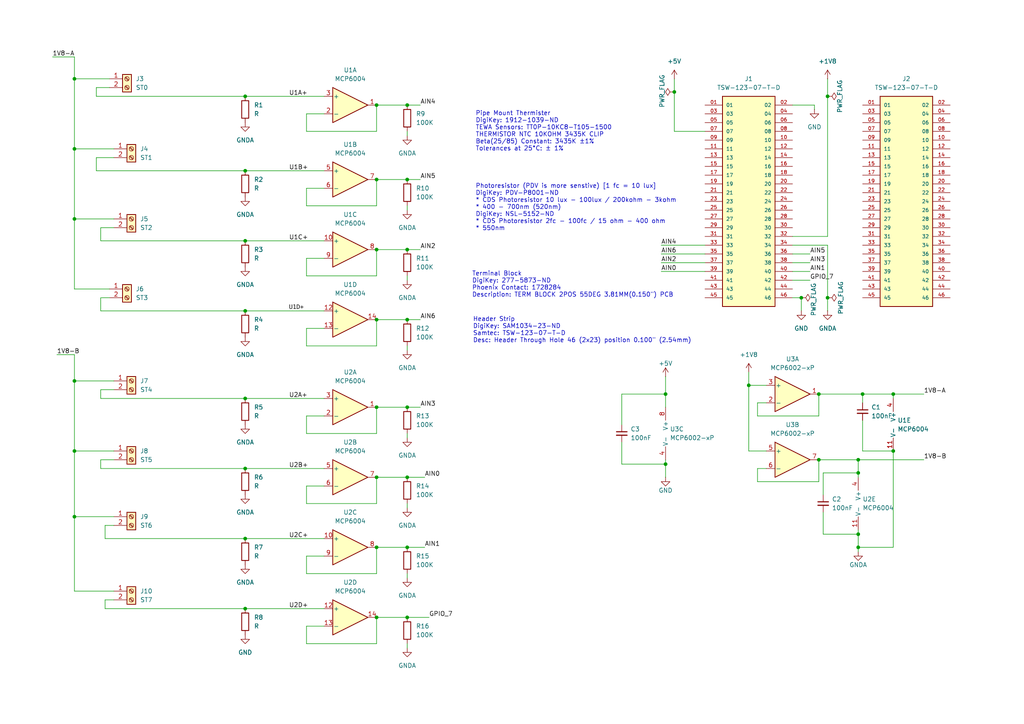
<source format=kicad_sch>
(kicad_sch (version 20250114) (generator "eeschema") (generator_version "9.0")
  (paper "A4")
  (title_block (title "BB Cape: 7 x Voltage Divider ANI") (date "2025-12-26") (rev "1.0") (company "One Unified Net Limited") (comment 1 "Author: Raymond Burkholder"))
  (lib_symbols
    (symbol "Amplifier_Operational:MCP6002-xP" (pin_names (offset 0.127))
      (property "Reference" "U" (at 0 5.08 0))
      (property "Value" "MCP6002-xP" (at 0 -5.08 0))
      (symbol "MCP6002-xP_1_1"
        (polyline (pts (xy -5.08 5.08) (xy 5.08 0) (xy -5.08 -5.08) (xy -5.08 5.08)) (stroke (width 0.254)) (fill (type background)))
        (pin input line (at -7.62 2.54 0) (length 2.54) (name "+") (number "3"))
        (pin input line (at -7.62 -2.54 0) (length 2.54) (name "-") (number "2"))
        (pin output line (at 7.62 0 180) (length 2.54) (name "~") (number "1"))
      )
      (symbol "MCP6002-xP_2_1"
        (polyline (pts (xy -5.08 5.08) (xy 5.08 0) (xy -5.08 -5.08) (xy -5.08 5.08)) (stroke (width 0.254)) (fill (type background)))
        (pin input line (at -7.62 2.54 0) (length 2.54) (name "+") (number "5"))
        (pin input line (at -7.62 -2.54 0) (length 2.54) (name "-") (number "6"))
        (pin output line (at 7.62 0 180) (length 2.54) (name "~") (number "7"))
      )
      (symbol "MCP6002-xP_3_1"
        (pin power_in line (at -2.54 7.62 270) (length 3.81) (name "V+") (number "8"))
        (pin power_in line (at -2.54 -7.62 90) (length 3.81) (name "V-") (number "4"))
      )
    )
    (symbol "Amplifier_Operational:MCP6004" (pin_names (offset 0.127))
      (property "Reference" "U" (at 0 5.08 0))
      (property "Value" "MCP6004" (at 0 -5.08 0))
      (symbol "MCP6004_1_1"
        (polyline (pts (xy -5.08 5.08) (xy 5.08 0) (xy -5.08 -5.08) (xy -5.08 5.08)) (stroke (width 0.254)) (fill (type background)))
        (pin input line (at -7.62 2.54 0) (length 2.54) (name "+") (number "3"))
        (pin input line (at -7.62 -2.54 0) (length 2.54) (name "-") (number "2"))
        (pin output line (at 7.62 0 180) (length 2.54) (name "~") (number "1"))
      )
      (symbol "MCP6004_2_1"
        (polyline (pts (xy -5.08 5.08) (xy 5.08 0) (xy -5.08 -5.08) (xy -5.08 5.08)) (stroke (width 0.254)) (fill (type background)))
        (pin input line (at -7.62 2.54 0) (length 2.54) (name "+") (number "5"))
        (pin input line (at -7.62 -2.54 0) (length 2.54) (name "-") (number "6"))
        (pin output line (at 7.62 0 180) (length 2.54) (name "~") (number "7"))
      )
      (symbol "MCP6004_3_1"
        (polyline (pts (xy -5.08 5.08) (xy 5.08 0) (xy -5.08 -5.08) (xy -5.08 5.08)) (stroke (width 0.254)) (fill (type background)))
        (pin input line (at -7.62 2.54 0) (length 2.54) (name "+") (number "10"))
        (pin input line (at -7.62 -2.54 0) (length 2.54) (name "-") (number "9"))
        (pin output line (at 7.62 0 180) (length 2.54) (name "~") (number "8"))
      )
      (symbol "MCP6004_4_1"
        (polyline (pts (xy -5.08 5.08) (xy 5.08 0) (xy -5.08 -5.08) (xy -5.08 5.08)) (stroke (width 0.254)) (fill (type background)))
        (pin input line (at -7.62 2.54 0) (length 2.54) (name "+") (number "12"))
        (pin input line (at -7.62 -2.54 0) (length 2.54) (name "-") (number "13"))
        (pin output line (at 7.62 0 180) (length 2.54) (name "~") (number "14"))
      )
      (symbol "MCP6004_5_1"
        (pin power_in line (at -2.54 7.62 270) (length 3.81) (name "V+") (number "4"))
        (pin power_in line (at -2.54 -7.62 90) (length 3.81) (name "V-") (number "11"))
      )
    )
    (symbol "Connector:Screw_Terminal_01x02" (pin_names (offset 1.016) (hide yes))
      (property "Reference" "J" (at 0 2.54 0))
      (property "Value" "Screw_Terminal_01x02" (at 0 -5.08 0))
      (symbol "Screw_Terminal_01x02_1_1"
        (rectangle (start -1.27 1.27) (end 1.27 -3.81) (stroke (width 0.254)) (fill (type background)))
        (polyline (pts (xy -0.5334 0.3302) (xy 0.3302 -0.508)) (stroke (width 0.1524)))
        (polyline (pts (xy -0.5334 -2.2098) (xy 0.3302 -3.048)) (stroke (width 0.1524)))
        (polyline (pts (xy -0.3556 0.508) (xy 0.508 -0.3302)) (stroke (width 0.1524)))
        (polyline (pts (xy -0.3556 -2.032) (xy 0.508 -2.8702)) (stroke (width 0.1524)))
        (circle (center 0 0) (radius 0.635) (stroke (width 0.1524)))
        (circle (center 0 -2.54) (radius 0.635) (stroke (width 0.1524)))
        (pin passive line (at -5.08 0 0) (length 3.81) (name "Pin_1") (number "1"))
        (pin passive line (at -5.08 -2.54 0) (length 3.81) (name "Pin_2") (number "2"))
      )
    )
    (symbol "Device:C_Small" (pin_numbers (hide yes)) (pin_names (offset 0.254) (hide yes))
      (property "Reference" "C" (at 0.254 1.778 0))
      (property "Value" "C_Small" (at 0.254 -2.032 0))
      (symbol "C_Small_0_1"
        (polyline (pts (xy -1.524 0.508) (xy 1.524 0.508)) (stroke (width 0.3048)))
        (polyline (pts (xy -1.524 -0.508) (xy 1.524 -0.508)) (stroke (width 0.3302)))
      )
      (symbol "C_Small_1_1"
        (pin passive line (at 0 2.54 270) (length 2.032) (name "~") (number "1"))
        (pin passive line (at 0 -2.54 90) (length 2.032) (name "~") (number "2"))
      )
    )
    (symbol "Device:R" (pin_numbers (hide yes)) (pin_names (offset 0))
      (property "Reference" "R" (at 2.032 0 90))
      (property "Value" "R" (at 0 0 90))
      (symbol "R_0_1"
        (rectangle (start -1.016 -2.54) (end 1.016 2.54) (stroke (width 0.254)))
      )
      (symbol "R_1_1"
        (pin passive line (at 0 3.81 270) (length 1.27) (name "~") (number "1"))
        (pin passive line (at 0 -3.81 90) (length 1.27) (name "~") (number "2"))
      )
    )
    (symbol "TSW-123-07-T-D:TSW-123-07-T-D" (pin_names (offset 1.016))
      (property "Reference" "J" (at -8.12 30.48 0))
      (property "Value" "TSW-123-07-T-D" (at -7.62 -33.02 0))
      (symbol "TSW-123-07-T-D_0_0"
        (rectangle (start -7.62 -30.48) (end 7.62 30.48) (stroke (width 0.254)) (fill (type background)))
        (pin passive line (at -12.7 27.94 0) (length 5.08) (name "01") (number "01"))
        (pin passive line (at -12.7 25.4 0) (length 5.08) (name "03") (number "03"))
        (pin passive line (at -12.7 22.86 0) (length 5.08) (name "05") (number "05"))
        (pin passive line (at -12.7 20.32 0) (length 5.08) (name "07") (number "07"))
        (pin passive line (at -12.7 17.78 0) (length 5.08) (name "09") (number "09"))
        (pin passive line (at -12.7 15.24 0) (length 5.08) (name "11") (number "11"))
        (pin passive line (at -12.7 12.7 0) (length 5.08) (name "13") (number "13"))
        (pin passive line (at -12.7 10.16 0) (length 5.08) (name "15") (number "15"))
        (pin passive line (at -12.7 7.62 0) (length 5.08) (name "17") (number "17"))
        (pin passive line (at -12.7 5.08 0) (length 5.08) (name "19") (number "19"))
        (pin passive line (at -12.7 2.54 0) (length 5.08) (name "21") (number "21"))
        (pin passive line (at -12.7 0 0) (length 5.08) (name "23") (number "23"))
        (pin passive line (at -12.7 -2.54 0) (length 5.08) (name "25") (number "25"))
        (pin passive line (at -12.7 -5.08 0) (length 5.08) (name "27") (number "27"))
        (pin passive line (at -12.7 -7.62 0) (length 5.08) (name "29") (number "29"))
        (pin passive line (at -12.7 -10.16 0) (length 5.08) (name "31") (number "31"))
        (pin passive line (at -12.7 -12.7 0) (length 5.08) (name "33") (number "33"))
        (pin passive line (at -12.7 -15.24 0) (length 5.08) (name "35") (number "35"))
        (pin passive line (at -12.7 -17.78 0) (length 5.08) (name "37") (number "37"))
        (pin passive line (at -12.7 -20.32 0) (length 5.08) (name "39") (number "39"))
        (pin passive line (at -12.7 -22.86 0) (length 5.08) (name "41") (number "41"))
        (pin passive line (at -12.7 -25.4 0) (length 5.08) (name "43") (number "43"))
        (pin passive line (at -12.7 -27.94 0) (length 5.08) (name "45") (number "45"))
        (pin passive line (at 12.7 27.94 180) (length 5.08) (name "02") (number "02"))
        (pin passive line (at 12.7 25.4 180) (length 5.08) (name "04") (number "04"))
        (pin passive line (at 12.7 22.86 180) (length 5.08) (name "06") (number "06"))
        (pin passive line (at 12.7 20.32 180) (length 5.08) (name "08") (number "08"))
        (pin passive line (at 12.7 17.78 180) (length 5.08) (name "10") (number "10"))
        (pin passive line (at 12.7 15.24 180) (length 5.08) (name "12") (number "12"))
        (pin passive line (at 12.7 12.7 180) (length 5.08) (name "14") (number "14"))
        (pin passive line (at 12.7 10.16 180) (length 5.08) (name "16") (number "16"))
        (pin passive line (at 12.7 7.62 180) (length 5.08) (name "18") (number "18"))
        (pin passive line (at 12.7 5.08 180) (length 5.08) (name "20") (number "20"))
        (pin passive line (at 12.7 2.54 180) (length 5.08) (name "22") (number "22"))
        (pin passive line (at 12.7 0 180) (length 5.08) (name "24") (number "24"))
        (pin passive line (at 12.7 -2.54 180) (length 5.08) (name "26") (number "26"))
        (pin passive line (at 12.7 -5.08 180) (length 5.08) (name "28") (number "28"))
        (pin passive line (at 12.7 -7.62 180) (length 5.08) (name "30") (number "30"))
        (pin passive line (at 12.7 -10.16 180) (length 5.08) (name "32") (number "32"))
        (pin passive line (at 12.7 -12.7 180) (length 5.08) (name "34") (number "34"))
        (pin passive line (at 12.7 -15.24 180) (length 5.08) (name "36") (number "36"))
        (pin passive line (at 12.7 -17.78 180) (length 5.08) (name "38") (number "38"))
        (pin passive line (at 12.7 -20.32 180) (length 5.08) (name "40") (number "40"))
        (pin passive line (at 12.7 -22.86 180) (length 5.08) (name "42") (number "42"))
        (pin passive line (at 12.7 -25.4 180) (length 5.08) (name "44") (number "44"))
        (pin passive line (at 12.7 -27.94 180) (length 5.08) (name "46") (number "46"))
      )
    )
    (symbol "power:+1V8" (power) (pin_numbers (hide yes)) (pin_names (offset 0) (hide yes))
      (property "Value" "+1V8" (at 0 3.556 0))
      (symbol "+1V8_0_1"
        (polyline (pts (xy -0.762 1.27) (xy 0 2.54)))
        (polyline (pts (xy 0 2.54) (xy 0.762 1.27)))
        (polyline (pts (xy 0 0) (xy 0 2.54)))
      )
      (symbol "+1V8_1_1"
        (pin power_in line (at 0 0 90) (length 0) (name "~") (number "1"))
      )
    )
    (symbol "power:+5V" (power) (pin_numbers (hide yes)) (pin_names (offset 0) (hide yes))
      (property "Value" "+5V" (at 0 3.556 0))
      (symbol "+5V_0_1"
        (polyline (pts (xy -0.762 1.27) (xy 0 2.54)))
        (polyline (pts (xy 0 2.54) (xy 0.762 1.27)))
        (polyline (pts (xy 0 0) (xy 0 2.54)))
      )
      (symbol "+5V_1_1"
        (pin power_in line (at 0 0 90) (length 0) (name "~") (number "1"))
      )
    )
    (symbol "power:GND" (power) (pin_numbers (hide yes)) (pin_names (offset 0) (hide yes))
      (property "Value" "GND" (at 0 -3.81 0))
      (symbol "GND_0_1"
        (polyline (pts (xy 0 0) (xy 0 -1.27) (xy 1.27 -1.27) (xy 0 -2.54) (xy -1.27 -1.27) (xy 0 -1.27)))
      )
      (symbol "GND_1_1"
        (pin power_in line (at 0 0 270) (length 0) (name "~") (number "1"))
      )
    )
    (symbol "power:GNDA" (power) (pin_numbers (hide yes)) (pin_names (offset 0) (hide yes))
      (property "Value" "GNDA" (at 0 -3.81 0))
      (symbol "GNDA_0_1"
        (polyline (pts (xy 0 0) (xy 0 -1.27) (xy 1.27 -1.27) (xy 0 -2.54) (xy -1.27 -1.27) (xy 0 -1.27)))
      )
      (symbol "GNDA_1_1"
        (pin power_in line (at 0 0 270) (length 0) (name "~") (number "1"))
      )
    )
    (symbol "power:PWR_FLAG" (power) (pin_numbers (hide yes)) (pin_names (offset 0) (hide yes))
      (property "Value" "PWR_FLAG" (at 0 3.81 0))
      (symbol "PWR_FLAG_0_0"
        (pin power_out line (at 0 0 90) (length 0) (name "~") (number "1"))
      )
      (symbol "PWR_FLAG_0_1"
        (polyline (pts (xy 0 0) (xy 0 1.27) (xy -1.016 1.905) (xy 0 2.54) (xy 1.016 1.905) (xy 0 1.27)))
      )
    )
  )
  (text "Header Strip\nDigiKey: SAM1034-23-ND\nSamtec: TSW-123-07-T-D\nDesc: Header Through Hole 46 (2x23) position 0.100\" (2.54mm)" (at 137.16 95.758 0) (effects (font (size 1.27 1.27)) (justify left)))
  (text "Photoresistor (PDV is more senstive) [1 fc = 10 lux]\nDigiKey: PDV-P8001-ND\n* CDS Photoresistor 10 lux - 100lux / 200kohm - 3kohm\n* 400 - 700nm (520nm)\nDigiKey: NSL-5152-ND\n* CDS Photoresistor 2fc - 100fc / 15 ohm - 400 ohm\n* 550nm\n" (at 137.922 60.198 0) (effects (font (size 1.27 1.27)) (justify left)))
  (text "Pipe Mount Thermister\nDigiKey: 1912-1039-ND\nTEWA Sensors: TT0P-10KC8-T105-1500\nTHERMISTOR NTC 10KOHM 3435K CLIP\nBeta(25/85) Constant: 3435K ±1%\nTolerances at 25°C: ± 1%" (at 137.922 38.1 0) (effects (font (size 1.27 1.27)) (justify left)))
  (text "Terminal Block\nDigiKey: 277-5873-ND\nPhoenix Contact: 1728284\nDescription: TERM BLOCK 2POS 55DEG 3.81MM(0.150\") PCB\n" (at 136.906 82.55 0) (effects (font (size 1.27 1.27)) (justify left)))
  (junction (at 240.03 27.94))
  (junction (at 109.22 138.43))
  (junction (at 71.12 49.53))
  (junction (at 109.22 118.11))
  (junction (at 109.22 30.48))
  (junction (at 118.11 179.07))
  (junction (at 237.49 133.35))
  (junction (at 71.12 156.21))
  (junction (at 193.04 134.62))
  (junction (at 237.49 114.3))
  (junction (at 21.59 110.49))
  (junction (at 71.12 90.17))
  (junction (at 118.11 52.07))
  (junction (at 21.59 63.5))
  (junction (at 232.41 86.36))
  (junction (at 259.08 114.3))
  (junction (at 109.22 158.75))
  (junction (at 118.11 158.75))
  (junction (at 118.11 118.11))
  (junction (at 109.22 72.39))
  (junction (at 71.12 176.53))
  (junction (at 248.92 154.94))
  (junction (at 240.03 86.36))
  (junction (at 21.59 130.81))
  (junction (at 193.04 114.3))
  (junction (at 248.92 133.35))
  (junction (at 118.11 92.71))
  (junction (at 71.12 69.85))
  (junction (at 21.59 43.18))
  (junction (at 109.22 92.71))
  (junction (at 195.58 26.67))
  (junction (at 109.22 179.07))
  (junction (at 109.22 52.07))
  (junction (at 217.17 111.76))
  (junction (at 71.12 27.94))
  (junction (at 71.12 135.89))
  (junction (at 248.92 137.16))
  (junction (at 250.19 114.3))
  (junction (at 118.11 72.39))
  (junction (at 248.92 158.75))
  (junction (at 259.08 130.81))
  (junction (at 118.11 30.48))
  (junction (at 71.12 115.57))
  (junction (at 21.59 22.86))
  (junction (at 21.59 149.86))
  (junction (at 118.11 138.43))
  (wire (pts (xy 248.92 133.35) (xy 267.97 133.35)))
  (wire (pts (xy 71.12 115.57) (xy 29.21 115.57)))
  (wire (pts (xy 248.92 153.67) (xy 248.92 154.94)))
  (wire (pts (xy 237.49 114.3) (xy 250.19 114.3)))
  (wire (pts (xy 88.9 120.65) (xy 88.9 125.73)))
  (wire (pts (xy 27.94 49.53) (xy 27.94 45.72)))
  (wire (pts (xy 118.11 30.48) (xy 121.92 30.48)))
  (wire (pts (xy 88.9 80.01) (xy 109.22 80.01)))
  (wire (pts (xy 118.11 138.43) (xy 109.22 138.43)))
  (wire (pts (xy 88.9 59.69) (xy 109.22 59.69)))
  (wire (pts (xy 238.76 143.51) (xy 238.76 137.16)))
  (wire (pts (xy 33.02 43.18) (xy 21.59 43.18)))
  (wire (pts (xy 21.59 63.5) (xy 21.59 83.82)))
  (wire (pts (xy 29.21 133.35) (xy 33.02 133.35)))
  (wire (pts (xy 222.25 111.76) (xy 217.17 111.76)))
  (wire (pts (xy 88.9 95.25) (xy 88.9 100.33)))
  (wire (pts (xy 237.49 133.35) (xy 248.92 133.35)))
  (wire (pts (xy 259.08 114.3) (xy 267.97 114.3)))
  (wire (pts (xy 31.75 22.86) (xy 21.59 22.86)))
  (wire (pts (xy 93.98 181.61) (xy 88.9 181.61)))
  (wire (pts (xy 93.98 161.29) (xy 88.9 161.29)))
  (wire (pts (xy 118.11 72.39) (xy 121.92 72.39)))
  (wire (pts (xy 118.11 92.71) (xy 121.92 92.71)))
  (wire (pts (xy 240.03 68.58) (xy 240.03 27.94)))
  (wire (pts (xy 31.75 83.82) (xy 21.59 83.82)))
  (wire (pts (xy 93.98 33.02) (xy 88.9 33.02)))
  (wire (pts (xy 93.98 54.61) (xy 88.9 54.61)))
  (wire (pts (xy 29.21 113.03) (xy 33.02 113.03)))
  (wire (pts (xy 248.92 154.94) (xy 248.92 158.75)))
  (wire (pts (xy 33.02 149.86) (xy 21.59 149.86)))
  (wire (pts (xy 180.34 114.3) (xy 193.04 114.3)))
  (wire (pts (xy 191.77 78.74) (xy 204.47 78.74)))
  (wire (pts (xy 88.9 166.37) (xy 109.22 166.37)))
  (wire (pts (xy 238.76 137.16) (xy 248.92 137.16)))
  (wire (pts (xy 109.22 186.69) (xy 109.22 179.07)))
  (wire (pts (xy 88.9 140.97) (xy 88.9 146.05)))
  (wire (pts (xy 88.9 100.33) (xy 109.22 100.33)))
  (wire (pts (xy 240.03 71.12) (xy 240.03 86.36)))
  (wire (pts (xy 15.24 16.51) (xy 21.59 16.51)))
  (wire (pts (xy 250.19 130.81) (xy 259.08 130.81)))
  (wire (pts (xy 71.12 135.89) (xy 29.21 135.89)))
  (wire (pts (xy 71.12 27.94) (xy 27.94 27.94)))
  (wire (pts (xy 29.21 69.85) (xy 29.21 66.04)))
  (wire (pts (xy 193.04 109.22) (xy 193.04 114.3)))
  (wire (pts (xy 219.71 120.65) (xy 237.49 120.65)))
  (wire (pts (xy 71.12 27.94) (xy 93.98 27.94)))
  (wire (pts (xy 229.87 78.74) (xy 234.95 78.74)))
  (wire (pts (xy 29.21 86.36) (xy 31.75 86.36)))
  (wire (pts (xy 88.9 161.29) (xy 88.9 166.37)))
  (wire (pts (xy 248.92 137.16) (xy 248.92 138.43)))
  (wire (pts (xy 219.71 135.89) (xy 219.71 139.7)))
  (wire (pts (xy 30.48 156.21) (xy 30.48 152.4)))
  (wire (pts (xy 88.9 186.69) (xy 109.22 186.69)))
  (wire (pts (xy 191.77 73.66) (xy 204.47 73.66)))
  (wire (pts (xy 191.77 71.12) (xy 204.47 71.12)))
  (wire (pts (xy 237.49 133.35) (xy 237.49 139.7)))
  (wire (pts (xy 109.22 179.07) (xy 118.11 179.07)))
  (wire (pts (xy 93.98 74.93) (xy 88.9 74.93)))
  (wire (pts (xy 29.21 135.89) (xy 29.21 133.35)))
  (wire (pts (xy 29.21 115.57) (xy 29.21 113.03)))
  (wire (pts (xy 16.51 102.87) (xy 21.59 102.87)))
  (wire (pts (xy 259.08 114.3) (xy 259.08 115.57)))
  (wire (pts (xy 71.12 135.89) (xy 93.98 135.89)))
  (wire (pts (xy 21.59 22.86) (xy 21.59 16.51)))
  (wire (pts (xy 195.58 38.1) (xy 204.47 38.1)))
  (wire (pts (xy 109.22 92.71) (xy 118.11 92.71)))
  (wire (pts (xy 88.9 33.02) (xy 88.9 38.1)))
  (wire (pts (xy 248.92 158.75) (xy 259.08 158.75)))
  (wire (pts (xy 93.98 120.65) (xy 88.9 120.65)))
  (wire (pts (xy 71.12 90.17) (xy 93.98 90.17)))
  (wire (pts (xy 71.12 49.53) (xy 93.98 49.53)))
  (wire (pts (xy 236.22 30.48) (xy 236.22 31.75)))
  (wire (pts (xy 219.71 116.84) (xy 219.71 120.65)))
  (wire (pts (xy 238.76 154.94) (xy 248.92 154.94)))
  (wire (pts (xy 27.94 25.4) (xy 31.75 25.4)))
  (wire (pts (xy 93.98 176.53) (xy 71.12 176.53)))
  (wire (pts (xy 229.87 30.48) (xy 236.22 30.48)))
  (wire (pts (xy 88.9 146.05) (xy 109.22 146.05)))
  (wire (pts (xy 33.02 130.81) (xy 21.59 130.81)))
  (wire (pts (xy 180.34 134.62) (xy 193.04 134.62)))
  (wire (pts (xy 93.98 156.21) (xy 71.12 156.21)))
  (wire (pts (xy 250.19 121.92) (xy 250.19 130.81)))
  (wire (pts (xy 29.21 90.17) (xy 29.21 86.36)))
  (wire (pts (xy 195.58 26.67) (xy 195.58 38.1)))
  (wire (pts (xy 71.12 69.85) (xy 93.98 69.85)))
  (wire (pts (xy 193.04 138.43) (xy 193.04 134.62)))
  (wire (pts (xy 123.19 138.43) (xy 118.11 138.43)))
  (wire (pts (xy 118.11 146.05) (xy 118.11 147.32)))
  (wire (pts (xy 33.02 110.49) (xy 21.59 110.49)))
  (wire (pts (xy 229.87 73.66) (xy 234.95 73.66)))
  (wire (pts (xy 109.22 72.39) (xy 118.11 72.39)))
  (wire (pts (xy 88.9 38.1) (xy 109.22 38.1)))
  (wire (pts (xy 180.34 123.19) (xy 180.34 114.3)))
  (wire (pts (xy 93.98 95.25) (xy 88.9 95.25)))
  (wire (pts (xy 27.94 45.72) (xy 33.02 45.72)))
  (wire (pts (xy 88.9 125.73) (xy 109.22 125.73)))
  (wire (pts (xy 71.12 90.17) (xy 29.21 90.17)))
  (wire (pts (xy 29.21 66.04) (xy 33.02 66.04)))
  (wire (pts (xy 250.19 114.3) (xy 259.08 114.3)))
  (wire (pts (xy 30.48 176.53) (xy 30.48 173.99)))
  (wire (pts (xy 193.04 134.62) (xy 193.04 133.35)))
  (wire (pts (xy 27.94 27.94) (xy 27.94 25.4)))
  (wire (pts (xy 250.19 116.84) (xy 250.19 114.3)))
  (wire (pts (xy 118.11 100.33) (xy 118.11 101.6)))
  (wire (pts (xy 195.58 22.86) (xy 195.58 26.67)))
  (wire (pts (xy 222.25 135.89) (xy 219.71 135.89)))
  (wire (pts (xy 21.59 102.87) (xy 21.59 110.49)))
  (wire (pts (xy 229.87 86.36) (xy 232.41 86.36)))
  (wire (pts (xy 118.11 52.07) (xy 121.92 52.07)))
  (wire (pts (xy 109.22 166.37) (xy 109.22 158.75)))
  (wire (pts (xy 33.02 171.45) (xy 21.59 171.45)))
  (wire (pts (xy 229.87 71.12) (xy 240.03 71.12)))
  (wire (pts (xy 21.59 130.81) (xy 21.59 110.49)))
  (wire (pts (xy 118.11 166.37) (xy 118.11 167.64)))
  (wire (pts (xy 88.9 54.61) (xy 88.9 59.69)))
  (wire (pts (xy 118.11 38.1) (xy 118.11 39.37)))
  (wire (pts (xy 118.11 59.69) (xy 118.11 60.96)))
  (wire (pts (xy 240.03 27.94) (xy 240.03 22.86)))
  (wire (pts (xy 191.77 76.2) (xy 204.47 76.2)))
  (wire (pts (xy 248.92 133.35) (xy 248.92 137.16)))
  (wire (pts (xy 109.22 100.33) (xy 109.22 92.71)))
  (wire (pts (xy 118.11 125.73) (xy 118.11 127)))
  (wire (pts (xy 237.49 114.3) (xy 237.49 120.65)))
  (wire (pts (xy 248.92 158.75) (xy 248.92 160.02)))
  (wire (pts (xy 21.59 43.18) (xy 21.59 63.5)))
  (wire (pts (xy 109.22 52.07) (xy 118.11 52.07)))
  (wire (pts (xy 238.76 148.59) (xy 238.76 154.94)))
  (wire (pts (xy 109.22 38.1) (xy 109.22 30.48)))
  (wire (pts (xy 109.22 72.39) (xy 109.22 80.01)))
  (wire (pts (xy 259.08 130.81) (xy 259.08 158.75)))
  (wire (pts (xy 217.17 111.76) (xy 217.17 107.95)))
  (wire (pts (xy 118.11 158.75) (xy 123.19 158.75)))
  (wire (pts (xy 118.11 80.01) (xy 118.11 81.28)))
  (wire (pts (xy 33.02 63.5) (xy 21.59 63.5)))
  (wire (pts (xy 118.11 186.69) (xy 118.11 187.96)))
  (wire (pts (xy 180.34 128.27) (xy 180.34 134.62)))
  (wire (pts (xy 118.11 118.11) (xy 109.22 118.11)))
  (wire (pts (xy 229.87 68.58) (xy 240.03 68.58)))
  (wire (pts (xy 229.87 76.2) (xy 234.95 76.2)))
  (wire (pts (xy 193.04 114.3) (xy 193.04 118.11)))
  (wire (pts (xy 93.98 115.57) (xy 71.12 115.57)))
  (wire (pts (xy 71.12 156.21) (xy 30.48 156.21)))
  (wire (pts (xy 21.59 171.45) (xy 21.59 149.86)))
  (wire (pts (xy 30.48 173.99) (xy 33.02 173.99)))
  (wire (pts (xy 222.25 116.84) (xy 219.71 116.84)))
  (wire (pts (xy 229.87 81.28) (xy 234.95 81.28)))
  (wire (pts (xy 109.22 158.75) (xy 118.11 158.75)))
  (wire (pts (xy 217.17 130.81) (xy 217.17 111.76)))
  (wire (pts (xy 109.22 59.69) (xy 109.22 52.07)))
  (wire (pts (xy 109.22 138.43) (xy 109.22 146.05)))
  (wire (pts (xy 109.22 30.48) (xy 118.11 30.48)))
  (wire (pts (xy 118.11 179.07) (xy 124.46 179.07)))
  (wire (pts (xy 21.59 149.86) (xy 21.59 130.81)))
  (wire (pts (xy 232.41 86.36) (xy 232.41 90.17)))
  (wire (pts (xy 21.59 43.18) (xy 21.59 22.86)))
  (wire (pts (xy 222.25 130.81) (xy 217.17 130.81)))
  (wire (pts (xy 71.12 49.53) (xy 27.94 49.53)))
  (wire (pts (xy 219.71 139.7) (xy 237.49 139.7)))
  (wire (pts (xy 71.12 176.53) (xy 30.48 176.53)))
  (wire (pts (xy 88.9 74.93) (xy 88.9 80.01)))
  (wire (pts (xy 121.92 118.11) (xy 118.11 118.11)))
  (wire (pts (xy 30.48 152.4) (xy 33.02 152.4)))
  (wire (pts (xy 93.98 140.97) (xy 88.9 140.97)))
  (wire (pts (xy 240.03 86.36) (xy 240.03 90.17)))
  (wire (pts (xy 109.22 118.11) (xy 109.22 125.73)))
  (wire (pts (xy 71.12 69.85) (xy 29.21 69.85)))
  (wire (pts (xy 88.9 181.61) (xy 88.9 186.69)))
  (label "U2B+" (at 83.82 135.89 0))
  (label "AIN4" (at 121.92 30.48 0))
  (label "AIN4" (at 191.77 71.12 0))
  (label "U2D+" (at 83.82 176.53 0))
  (label "U2C+" (at 83.82 156.21 0))
  (label "GPIO_7" (at 234.95 81.28 0))
  (label "1V8-A" (at 267.97 114.3 0))
  (label "AIN5" (at 121.92 52.07 0))
  (label "1V8-A" (at 15.24 16.51 0))
  (label "1V8-B" (at 16.51 102.87 0))
  (label "AIN5" (at 234.95 73.66 0))
  (label "U2A+" (at 83.82 115.57 0))
  (label "U1C+" (at 83.82 69.85 0))
  (label "GPIO_7" (at 124.46 179.07 0))
  (label "U1B+" (at 83.82 49.53 0))
  (label "AIN6" (at 121.92 92.71 0))
  (label "AIN3" (at 234.95 76.2 0))
  (label "U1D+" (at 83.82 90.17 0))
  (label "AIN0" (at 191.77 78.74 0))
  (label "1V8-B" (at 267.97 133.35 0))
  (label "AIN0" (at 123.19 138.43 0))
  (label "AIN1" (at 234.95 78.74 0))
  (label "AIN2" (at 191.77 76.2 0))
  (label "U1A+" (at 83.82 27.94 0))
  (label "AIN6" (at 191.77 73.66 0))
  (label "AIN1" (at 123.19 158.75 0))
  (label "AIN2" (at 121.92 72.39 0))
  (label "AIN3" (at 121.92 118.11 0))
  (symbol (lib_id "Amplifier_Operational:MCP6004") (at 251.46 146.05 0) (unit 5)
    (property "Reference" "U2" (at 250.19 144.7799 0) (effects (justify left)))
    (property "Value" "MCP6004" (at 250.19 147.3199 0) (effects (justify left)))
    (property "Footprint" "Package_DIP:DIP-14_W7.62mm" (effects (hide yes)))
    (property "Datasheet" "http://ww1.microchip.com/downloads/en/DeviceDoc/21733j.pdf" (effects (hide yes)))
    (property "Description" "1MHz, Low-Power Op Amp, DIP-14/SOIC-14/TSSOP-14" (effects (hide yes)))
  )
  (symbol (lib_id "power:GNDA") (at 71.12 77.47 0) (unit 1)
    (property "Reference" "#PWR021" (effects (hide yes)))
    (property "Value" "GNDA" (at 71.12 82.55 0))
    (property "Description" "Power symbol creates a global label with name \"GNDA\" , analog ground" (effects (hide yes)))
  )
  (symbol (lib_id "Amplifier_Operational:MCP6004") (at 101.6 118.11 0) (unit 1)
    (property "Reference" "U2" (at 101.6 107.95 0))
    (property "Value" "MCP6004" (at 101.6 110.49 0))
    (property "Footprint" "Package_DIP:DIP-14_W7.62mm" (effects (hide yes)))
    (property "Datasheet" "http://ww1.microchip.com/downloads/en/DeviceDoc/21733j.pdf" (effects (hide yes)))
    (property "Description" "1MHz, Low-Power Op Amp, DIP-14/SOIC-14/TSSOP-14" (effects (hide yes)))
  )
  (symbol (lib_id "Amplifier_Operational:MCP6004") (at 261.62 123.19 0) (unit 5)
    (property "Reference" "U1" (at 260.35 121.9199 0) (effects (justify left)))
    (property "Value" "MCP6004" (at 260.35 124.4599 0) (effects (justify left)))
    (property "Footprint" "Package_DIP:DIP-14_W7.62mm" (effects (hide yes)))
    (property "Datasheet" "http://ww1.microchip.com/downloads/en/DeviceDoc/21733j.pdf" (effects (hide yes)))
    (property "Description" "1MHz, Low-Power Op Amp, DIP-14/SOIC-14/TSSOP-14" (effects (hide yes)))
  )
  (symbol (lib_id "Amplifier_Operational:MCP6004") (at 101.6 158.75 0) (unit 3)
    (property "Reference" "U2" (at 101.6 148.59 0))
    (property "Value" "MCP6004" (at 101.6 151.13 0))
    (property "Footprint" "Package_DIP:DIP-14_W7.62mm" (effects (hide yes)))
    (property "Datasheet" "http://ww1.microchip.com/downloads/en/DeviceDoc/21733j.pdf" (effects (hide yes)))
    (property "Description" "1MHz, Low-Power Op Amp, DIP-14/SOIC-14/TSSOP-14" (effects (hide yes)))
  )
  (symbol (lib_id "Connector:Screw_Terminal_01x02") (at 36.83 83.82 0) (unit 1)
    (property "Reference" "J6" (at 39.37 83.8199 0) (effects (justify left)))
    (property "Value" "ST3" (at 39.37 86.3599 0) (effects (justify left)))
    (property "Footprint" "phoenix 55deg 2pos:CONN_1728284_PXC" (effects (hide yes)))
    (property "Description" "Generic screw terminal, single row, 01x02, script generated (kicad-library-utils/schlib/autogen/connector/)" (effects (hide yes)))
  )
  (symbol (lib_id "Device:R") (at 118.11 55.88 0) (unit 1)
    (property "Reference" "R10" (at 120.65 54.6099 0) (effects (justify left)))
    (property "Value" "100K" (at 120.65 57.1499 0) (effects (justify left)))
    (property "Footprint" "Resistor_THT:R_Axial_DIN0207_L6.3mm_D2.5mm_P10.16mm_Horizontal" (effects (hide yes)))
    (property "Description" "Resistor" (effects (hide yes)))
  )
  (symbol (lib_id "Device:R") (at 71.12 119.38 0) (unit 1)
    (property "Reference" "R5" (at 73.66 118.1099 0) (effects (justify left)))
    (property "Value" "R" (at 73.66 120.6499 0) (effects (justify left)))
    (property "Footprint" "Resistor_THT:R_Axial_DIN0207_L6.3mm_D2.5mm_P10.16mm_Horizontal" (effects (hide yes)))
    (property "Description" "Resistor" (effects (hide yes)))
  )
  (symbol (lib_id "Amplifier_Operational:MCP6004") (at 101.6 179.07 0) (unit 4)
    (property "Reference" "U2" (at 101.6 168.91 0))
    (property "Value" "MCP6004" (at 101.6 171.45 0))
    (property "Footprint" "Package_DIP:DIP-14_W7.62mm" (effects (hide yes)))
    (property "Datasheet" "http://ww1.microchip.com/downloads/en/DeviceDoc/21733j.pdf" (effects (hide yes)))
    (property "Description" "1MHz, Low-Power Op Amp, DIP-14/SOIC-14/TSSOP-14" (effects (hide yes)))
  )
  (symbol (lib_id "Connector:Screw_Terminal_01x02") (at 38.1 43.18 0) (unit 1)
    (property "Reference" "J4" (at 40.64 43.1799 0) (effects (justify left)))
    (property "Value" "ST1" (at 40.64 45.7199 0) (effects (justify left)))
    (property "Footprint" "phoenix 55deg 2pos:CONN_1728284_PXC" (effects (hide yes)))
    (property "Description" "Generic screw terminal, single row, 01x02, script generated (kicad-library-utils/schlib/autogen/connector/)" (effects (hide yes)))
  )
  (symbol (lib_id "Device:R") (at 118.11 76.2 0) (unit 1)
    (property "Reference" "R11" (at 120.65 74.9299 0) (effects (justify left)))
    (property "Value" "100K" (at 120.65 77.4699 0) (effects (justify left)))
    (property "Footprint" "Resistor_THT:R_Axial_DIN0207_L6.3mm_D2.5mm_P10.16mm_Horizontal" (effects (hide yes)))
    (property "Description" "Resistor" (effects (hide yes)))
  )
  (symbol (lib_id "power:GNDA") (at 118.11 167.64 0) (unit 1)
    (property "Reference" "#PWR012" (effects (hide yes)))
    (property "Value" "GNDA" (at 118.11 172.72 0))
    (property "Description" "Power symbol creates a global label with name \"GNDA\" , analog ground" (effects (hide yes)))
  )
  (symbol (lib_id "Device:R") (at 118.11 182.88 0) (unit 1)
    (property "Reference" "R16" (at 120.65 181.6099 0) (effects (justify left)))
    (property "Value" "100K" (at 120.65 184.1499 0) (effects (justify left)))
    (property "Footprint" "Resistor_THT:R_Axial_DIN0207_L6.3mm_D2.5mm_P10.16mm_Horizontal" (effects (hide yes)))
    (property "Description" "Resistor" (effects (hide yes)))
  )
  (symbol (lib_id "power:GNDA") (at 118.11 147.32 0) (unit 1)
    (property "Reference" "#PWR013" (effects (hide yes)))
    (property "Value" "GNDA" (at 118.11 152.4 0))
    (property "Description" "Power symbol creates a global label with name \"GNDA\" , analog ground" (effects (hide yes)))
  )
  (symbol (lib_id "power:GND") (at 193.04 138.43 0) (unit 1)
    (property "Reference" "#PWR08" (effects (hide yes)))
    (property "Value" "GND" (at 193.04 142.24 0))
    (property "Description" "Power symbol creates a global label with name \"GND\" , ground" (effects (hide yes)))
  )
  (symbol (lib_id "Device:R") (at 118.11 96.52 0) (unit 1)
    (property "Reference" "R12" (at 120.65 95.2499 0) (effects (justify left)))
    (property "Value" "100K" (at 120.65 97.7899 0) (effects (justify left)))
    (property "Footprint" "Resistor_THT:R_Axial_DIN0207_L6.3mm_D2.5mm_P10.16mm_Horizontal" (effects (hide yes)))
    (property "Description" "Resistor" (effects (hide yes)))
  )
  (symbol (lib_id "Device:R") (at 118.11 121.92 0) (unit 1)
    (property "Reference" "R13" (at 120.65 120.6499 0) (effects (justify left)))
    (property "Value" "100K" (at 120.65 123.1899 0) (effects (justify left)))
    (property "Footprint" "Resistor_THT:R_Axial_DIN0207_L6.3mm_D2.5mm_P10.16mm_Horizontal" (effects (hide yes)))
    (property "Description" "Resistor" (effects (hide yes)))
  )
  (symbol (lib_id "power:GNDA") (at 118.11 101.6 0) (unit 1)
    (property "Reference" "#PWR015" (effects (hide yes)))
    (property "Value" "GNDA" (at 118.11 106.68 0))
    (property "Description" "Power symbol creates a global label with name \"GNDA\" , analog ground" (effects (hide yes)))
  )
  (symbol (lib_id "power:PWR_FLAG") (at 232.41 86.36 270) (unit 1)
    (property "Reference" "#FLG06" (effects (hide yes)))
    (property "Value" "PWR_FLAG" (at 235.966 86.868 0))
    (property "Description" "Special symbol for telling ERC where power comes from" (effects (hide yes)))
  )
  (symbol (lib_id "Device:R") (at 71.12 139.7 0) (unit 1)
    (property "Reference" "R6" (at 73.66 138.4299 0) (effects (justify left)))
    (property "Value" "R" (at 73.66 140.9699 0) (effects (justify left)))
    (property "Footprint" "Resistor_THT:R_Axial_DIN0207_L6.3mm_D2.5mm_P10.16mm_Horizontal" (effects (hide yes)))
    (property "Description" "Resistor" (effects (hide yes)))
  )
  (symbol (lib_id "Connector:Screw_Terminal_01x02") (at 38.1 149.86 0) (unit 1)
    (property "Reference" "J9" (at 40.64 149.8599 0) (effects (justify left)))
    (property "Value" "ST6" (at 40.64 152.3999 0) (effects (justify left)))
    (property "Footprint" "phoenix 55deg 2pos:CONN_1728284_PXC" (effects (hide yes)))
    (property "Description" "Generic screw terminal, single row, 01x02, script generated (kicad-library-utils/schlib/autogen/connector/)" (effects (hide yes)))
  )
  (symbol (lib_id "Amplifier_Operational:MCP6004") (at 101.6 30.48 0) (unit 1)
    (property "Reference" "U1" (at 101.6 20.32 0))
    (property "Value" "MCP6004" (at 101.6 22.86 0))
    (property "Footprint" "Package_DIP:DIP-14_W7.62mm" (effects (hide yes)))
    (property "Datasheet" "http://ww1.microchip.com/downloads/en/DeviceDoc/21733j.pdf" (effects (hide yes)))
    (property "Description" "1MHz, Low-Power Op Amp, DIP-14/SOIC-14/TSSOP-14" (effects (hide yes)))
  )
  (symbol (lib_id "power:GNDA") (at 71.12 123.19 0) (unit 1)
    (property "Reference" "#PWR023" (effects (hide yes)))
    (property "Value" "GNDA" (at 71.12 128.27 0))
    (property "Description" "Power symbol creates a global label with name \"GNDA\" , analog ground" (effects (hide yes)))
  )
  (symbol (lib_id "power:GNDA") (at 71.12 35.56 0) (unit 1)
    (property "Reference" "#PWR019" (effects (hide yes)))
    (property "Value" "GNDA" (at 71.12 40.64 0))
    (property "Description" "Power symbol creates a global label with name \"GNDA\" , analog ground" (effects (hide yes)))
  )
  (symbol (lib_id "power:GNDA") (at 248.92 160.02 0) (unit 1)
    (property "Reference" "#PWR010" (effects (hide yes)))
    (property "Value" "GNDA" (at 248.92 163.83 0))
    (property "Description" "Power symbol creates a global label with name \"GNDA\" , analog ground" (effects (hide yes)))
  )
  (symbol (lib_id "Device:R") (at 71.12 160.02 0) (unit 1)
    (property "Reference" "R7" (at 73.66 158.7499 0) (effects (justify left)))
    (property "Value" "R" (at 73.66 161.2899 0) (effects (justify left)))
    (property "Footprint" "Resistor_THT:R_Axial_DIN0207_L6.3mm_D2.5mm_P10.16mm_Horizontal" (effects (hide yes)))
    (property "Description" "Resistor" (effects (hide yes)))
  )
  (symbol (lib_id "Device:R") (at 118.11 34.29 0) (unit 1)
    (property "Reference" "R9" (at 120.65 33.0199 0) (effects (justify left)))
    (property "Value" "100K" (at 120.65 35.5599 0) (effects (justify left)))
    (property "Footprint" "Resistor_THT:R_Axial_DIN0207_L6.3mm_D2.5mm_P10.16mm_Horizontal" (effects (hide yes)))
    (property "Description" "Resistor" (effects (hide yes)))
  )
  (symbol (lib_id "Device:R") (at 71.12 31.75 0) (unit 1)
    (property "Reference" "R1" (at 73.66 30.4799 0) (effects (justify left)))
    (property "Value" "R" (at 73.66 33.0199 0) (effects (justify left)))
    (property "Footprint" "Resistor_THT:R_Axial_DIN0207_L6.3mm_D2.5mm_P10.16mm_Horizontal" (effects (hide yes)))
    (property "Description" "Resistor" (effects (hide yes)))
  )
  (symbol (lib_id "power:+1V8") (at 240.03 22.86 0) (unit 1)
    (property "Reference" "#PWR01" (effects (hide yes)))
    (property "Value" "+1V8" (at 240.03 17.78 0))
    (property "Description" "Power symbol creates a global label with name \"+1V8\"" (effects (hide yes)))
  )
  (symbol (lib_id "Connector:Screw_Terminal_01x02") (at 38.1 110.49 0) (unit 1)
    (property "Reference" "J7" (at 40.64 110.4899 0) (effects (justify left)))
    (property "Value" "ST4" (at 40.64 113.0299 0) (effects (justify left)))
    (property "Footprint" "phoenix 55deg 2pos:CONN_1728284_PXC" (effects (hide yes)))
    (property "Description" "Generic screw terminal, single row, 01x02, script generated (kicad-library-utils/schlib/autogen/connector/)" (effects (hide yes)))
  )
  (symbol (lib_id "Device:C_Small") (at 238.76 146.05 0) (unit 1)
    (property "Reference" "C2" (at 241.3 144.7862 0) (effects (justify left)))
    (property "Value" "100nF" (at 241.3 147.3262 0) (effects (justify left)))
    (property "Footprint" "Capacitor_THT:C_Disc_D4.7mm_W2.5mm_P5.00mm" (effects (hide yes)))
    (property "Description" "Unpolarized capacitor, small symbol" (effects (hide yes)))
  )
  (symbol (lib_id "Amplifier_Operational:MCP6002-xP") (at 229.87 114.3 0) (unit 1)
    (property "Reference" "U3" (at 229.87 104.14 0))
    (property "Value" "MCP6002-xP" (at 229.87 106.68 0))
    (property "Footprint" "Package_DIP:DIP-8_W7.62mm" (effects (hide yes)))
    (property "Datasheet" "http://ww1.microchip.com/downloads/en/DeviceDoc/21733j.pdf" (effects (hide yes)))
    (property "Description" "1MHz, Low-Power Op Amp, DIP-8" (effects (hide yes)))
  )
  (symbol (lib_id "Device:C_Small") (at 180.34 125.73 0) (unit 1)
    (property "Reference" "C3" (at 182.88 124.4662 0) (effects (justify left)))
    (property "Value" "100nF" (at 182.88 127.0062 0) (effects (justify left)))
    (property "Footprint" "Capacitor_THT:C_Disc_D4.7mm_W2.5mm_P5.00mm" (effects (hide yes)))
    (property "Description" "Unpolarized capacitor, small symbol" (effects (hide yes)))
  )
  (symbol (lib_id "Amplifier_Operational:MCP6004") (at 101.6 72.39 0) (unit 3)
    (property "Reference" "U1" (at 101.6 62.23 0))
    (property "Value" "MCP6004" (at 101.6 64.77 0))
    (property "Footprint" "Package_DIP:DIP-14_W7.62mm" (effects (hide yes)))
    (property "Datasheet" "http://ww1.microchip.com/downloads/en/DeviceDoc/21733j.pdf" (effects (hide yes)))
    (property "Description" "1MHz, Low-Power Op Amp, DIP-14/SOIC-14/TSSOP-14" (effects (hide yes)))
  )
  (symbol (lib_id "power:GNDA") (at 71.12 97.79 0) (unit 1)
    (property "Reference" "#PWR022" (effects (hide yes)))
    (property "Value" "GNDA" (at 71.12 102.87 0))
    (property "Description" "Power symbol creates a global label with name \"GNDA\" , analog ground" (effects (hide yes)))
  )
  (symbol (lib_id "power:GNDA") (at 71.12 143.51 0) (unit 1)
    (property "Reference" "#PWR024" (effects (hide yes)))
    (property "Value" "GNDA" (at 71.12 148.59 0))
    (property "Description" "Power symbol creates a global label with name \"GNDA\" , analog ground" (effects (hide yes)))
  )
  (symbol (lib_id "power:GNDA") (at 118.11 81.28 0) (unit 1)
    (property "Reference" "#PWR016" (effects (hide yes)))
    (property "Value" "GNDA" (at 118.11 86.36 0))
    (property "Description" "Power symbol creates a global label with name \"GNDA\" , analog ground" (effects (hide yes)))
  )
  (symbol (lib_id "power:GNDA") (at 118.11 39.37 0) (unit 1)
    (property "Reference" "#PWR018" (effects (hide yes)))
    (property "Value" "GNDA" (at 118.11 44.45 0))
    (property "Description" "Power symbol creates a global label with name \"GNDA\" , analog ground" (effects (hide yes)))
  )
  (symbol (lib_id "Connector:Screw_Terminal_01x02") (at 38.1 63.5 0) (unit 1)
    (property "Reference" "J5" (at 40.64 63.4999 0) (effects (justify left)))
    (property "Value" "ST2" (at 40.64 66.0399 0) (effects (justify left)))
    (property "Footprint" "phoenix 55deg 2pos:CONN_1728284_PXC" (effects (hide yes)))
    (property "Description" "Generic screw terminal, single row, 01x02, script generated (kicad-library-utils/schlib/autogen/connector/)" (effects (hide yes)))
  )
  (symbol (lib_id "power:GNDA") (at 118.11 60.96 0) (unit 1)
    (property "Reference" "#PWR017" (effects (hide yes)))
    (property "Value" "GNDA" (at 118.11 66.04 0))
    (property "Description" "Power symbol creates a global label with name \"GNDA\" , analog ground" (effects (hide yes)))
  )
  (symbol (lib_id "Amplifier_Operational:MCP6004") (at 101.6 138.43 0) (unit 2)
    (property "Reference" "U2" (at 101.6 128.27 0))
    (property "Value" "MCP6004" (at 101.6 130.81 0))
    (property "Footprint" "Package_DIP:DIP-14_W7.62mm" (effects (hide yes)))
    (property "Datasheet" "http://ww1.microchip.com/downloads/en/DeviceDoc/21733j.pdf" (effects (hide yes)))
    (property "Description" "1MHz, Low-Power Op Amp, DIP-14/SOIC-14/TSSOP-14" (effects (hide yes)))
  )
  (symbol (lib_id "TSW-123-07-T-D:TSW-123-07-T-D") (at 262.89 58.42 0) (unit 1)
    (property "Reference" "J2" (at 262.89 22.86 0))
    (property "Value" "TSW-123-07-T-D" (at 262.89 25.4 0))
    (property "Footprint" "samtec:SAMTEC_TSW-123-07-T-D" (effects (hide yes)))
    (property "PARTREV" "R" (effects (hide yes)))
    (property "STANDARD" "Manufacturer Recommendations" (effects (hide yes)))
    (property "MANUFACTURER" "Samtec" (effects (hide yes)))
  )
  (symbol (lib_id "power:+5V") (at 193.04 109.22 0) (unit 1)
    (property "Reference" "#PWR07" (effects (hide yes)))
    (property "Value" "+5V" (at 193.04 105.41 0))
    (property "Description" "Power symbol creates a global label with name \"+5V\"" (effects (hide yes)))
  )
  (symbol (lib_id "power:GNDA") (at 71.12 57.15 0) (unit 1)
    (property "Reference" "#PWR020" (effects (hide yes)))
    (property "Value" "GNDA" (at 71.12 62.23 0))
    (property "Description" "Power symbol creates a global label with name \"GNDA\" , analog ground" (effects (hide yes)))
  )
  (symbol (lib_id "power:GND") (at 236.22 31.75 0) (unit 1)
    (property "Reference" "#PWR03" (effects (hide yes)))
    (property "Value" "GND" (at 236.22 36.83 0))
    (property "Description" "Power symbol creates a global label with name \"GND\" , ground" (effects (hide yes)))
  )
  (symbol (lib_id "Device:R") (at 71.12 73.66 0) (unit 1)
    (property "Reference" "R3" (at 73.66 72.3899 0) (effects (justify left)))
    (property "Value" "R" (at 73.66 74.9299 0) (effects (justify left)))
    (property "Footprint" "Resistor_THT:R_Axial_DIN0207_L6.3mm_D2.5mm_P10.16mm_Horizontal" (effects (hide yes)))
    (property "Description" "Resistor" (effects (hide yes)))
  )
  (symbol (lib_id "Device:R") (at 118.11 142.24 0) (unit 1)
    (property "Reference" "R14" (at 120.65 140.9699 0) (effects (justify left)))
    (property "Value" "100K" (at 120.65 143.5099 0) (effects (justify left)))
    (property "Footprint" "Resistor_THT:R_Axial_DIN0207_L6.3mm_D2.5mm_P10.16mm_Horizontal" (effects (hide yes)))
    (property "Description" "Resistor" (effects (hide yes)))
  )
  (symbol (lib_id "power:PWR_FLAG") (at 195.58 26.67 90) (unit 1)
    (property "Reference" "#FLG01" (effects (hide yes)))
    (property "Value" "PWR_FLAG" (at 192.024 26.416 0))
    (property "Description" "Special symbol for telling ERC where power comes from" (effects (hide yes)))
  )
  (symbol (lib_id "Amplifier_Operational:MCP6002-xP") (at 195.58 125.73 0) (unit 3)
    (property "Reference" "U3" (at 194.31 124.4599 0) (effects (justify left)))
    (property "Value" "MCP6002-xP" (at 194.31 126.9999 0) (effects (justify left)))
    (property "Footprint" "Package_DIP:DIP-8_W7.62mm" (effects (hide yes)))
    (property "Datasheet" "http://ww1.microchip.com/downloads/en/DeviceDoc/21733j.pdf" (effects (hide yes)))
    (property "Description" "1MHz, Low-Power Op Amp, DIP-8" (effects (hide yes)))
  )
  (symbol (lib_id "Amplifier_Operational:MCP6002-xP") (at 229.87 133.35 0) (unit 2)
    (property "Reference" "U3" (at 229.87 123.19 0))
    (property "Value" "MCP6002-xP" (at 229.87 125.73 0))
    (property "Footprint" "Package_DIP:DIP-8_W7.62mm" (effects (hide yes)))
    (property "Datasheet" "http://ww1.microchip.com/downloads/en/DeviceDoc/21733j.pdf" (effects (hide yes)))
    (property "Description" "1MHz, Low-Power Op Amp, DIP-8" (effects (hide yes)))
  )
  (symbol (lib_id "power:PWR_FLAG") (at 240.03 86.36 270) (unit 1)
    (property "Reference" "#FLG03" (effects (hide yes)))
    (property "Value" "PWR_FLAG" (at 243.84 86.36 0))
    (property "Description" "Special symbol for telling ERC where power comes from" (effects (hide yes)))
  )
  (symbol (lib_id "Connector:Screw_Terminal_01x02") (at 38.1 130.81 0) (unit 1)
    (property "Reference" "J8" (at 40.64 130.8099 0) (effects (justify left)))
    (property "Value" "ST5" (at 40.64 133.3499 0) (effects (justify left)))
    (property "Footprint" "phoenix 55deg 2pos:CONN_1728284_PXC" (effects (hide yes)))
    (property "Description" "Generic screw terminal, single row, 01x02, script generated (kicad-library-utils/schlib/autogen/connector/)" (effects (hide yes)))
  )
  (symbol (lib_id "power:GNDA") (at 118.11 127 0) (unit 1)
    (property "Reference" "#PWR014" (effects (hide yes)))
    (property "Value" "GNDA" (at 118.11 132.08 0))
    (property "Description" "Power symbol creates a global label with name \"GNDA\" , analog ground" (effects (hide yes)))
  )
  (symbol (lib_id "power:GNDA") (at 71.12 163.83 0) (unit 1)
    (property "Reference" "#PWR025" (effects (hide yes)))
    (property "Value" "GNDA" (at 71.12 168.91 0))
    (property "Description" "Power symbol creates a global label with name \"GNDA\" , analog ground" (effects (hide yes)))
  )
  (symbol (lib_id "power:+5V") (at 195.58 22.86 0) (unit 1)
    (property "Reference" "#PWR02" (effects (hide yes)))
    (property "Value" "+5V" (at 195.58 17.78 0))
    (property "Description" "Power symbol creates a global label with name \"+5V\"" (effects (hide yes)))
  )
  (symbol (lib_id "Connector:Screw_Terminal_01x02") (at 36.83 22.86 0) (unit 1)
    (property "Reference" "J3" (at 39.37 22.8599 0) (effects (justify left)))
    (property "Value" "ST0" (at 39.37 25.3999 0) (effects (justify left)))
    (property "Footprint" "phoenix 55deg 2pos:CONN_1728284_PXC" (effects (hide yes)))
    (property "Description" "Generic screw terminal, single row, 01x02, script generated (kicad-library-utils/schlib/autogen/connector/)" (effects (hide yes)))
  )
  (symbol (lib_id "Device:C_Small") (at 250.19 119.38 0) (unit 1)
    (property "Reference" "C1" (at 252.73 118.1162 0) (effects (justify left)))
    (property "Value" "100nF" (at 252.73 120.6562 0) (effects (justify left)))
    (property "Footprint" "Capacitor_THT:C_Disc_D4.7mm_W2.5mm_P5.00mm" (effects (hide yes)))
    (property "Description" "Unpolarized capacitor, small symbol" (effects (hide yes)))
  )
  (symbol (lib_id "TSW-123-07-T-D:TSW-123-07-T-D") (at 217.17 58.42 0) (unit 1)
    (property "Reference" "J1" (at 217.17 22.86 0))
    (property "Value" "TSW-123-07-T-D" (at 217.17 25.4 0))
    (property "Footprint" "samtec:SAMTEC_TSW-123-07-T-D" (effects (hide yes)))
    (property "PARTREV" "R" (effects (hide yes)))
    (property "STANDARD" "Manufacturer Recommendations" (effects (hide yes)))
    (property "MANUFACTURER" "Samtec" (effects (hide yes)))
  )
  (symbol (lib_id "Connector:Screw_Terminal_01x02") (at 38.1 171.45 0) (unit 1)
    (property "Reference" "J10" (at 40.64 171.4499 0) (effects (justify left)))
    (property "Value" "ST7" (at 40.64 173.9899 0) (effects (justify left)))
    (property "Footprint" "phoenix 55deg 2pos:CONN_1728284_PXC" (effects (hide yes)))
    (property "Description" "Generic screw terminal, single row, 01x02, script generated (kicad-library-utils/schlib/autogen/connector/)" (effects (hide yes)))
  )
  (symbol (lib_id "Amplifier_Operational:MCP6004") (at 101.6 92.71 0) (unit 4)
    (property "Reference" "U1" (at 101.6 82.55 0))
    (property "Value" "MCP6004" (at 101.6 85.09 0))
    (property "Footprint" "Package_DIP:DIP-14_W7.62mm" (effects (hide yes)))
    (property "Datasheet" "http://ww1.microchip.com/downloads/en/DeviceDoc/21733j.pdf" (effects (hide yes)))
    (property "Description" "1MHz, Low-Power Op Amp, DIP-14/SOIC-14/TSSOP-14" (effects (hide yes)))
  )
  (symbol (lib_id "power:GNDA") (at 240.03 90.17 0) (unit 1)
    (property "Reference" "#PWR04" (effects (hide yes)))
    (property "Value" "GNDA" (at 240.03 95.25 0))
    (property "Description" "Power symbol creates a global label with name \"GNDA\" , analog ground" (effects (hide yes)))
  )
  (symbol (lib_id "power:GND") (at 232.41 90.17 0) (unit 1)
    (property "Reference" "#PWR05" (effects (hide yes)))
    (property "Value" "GND" (at 232.41 95.25 0))
    (property "Description" "Power symbol creates a global label with name \"GND\" , ground" (effects (hide yes)))
  )
  (symbol (lib_id "Device:R") (at 71.12 180.34 0) (unit 1)
    (property "Reference" "R8" (at 73.66 179.0699 0) (effects (justify left)))
    (property "Value" "R" (at 73.66 181.6099 0) (effects (justify left)))
    (property "Footprint" "Resistor_THT:R_Axial_DIN0207_L6.3mm_D2.5mm_P10.16mm_Horizontal" (effects (hide yes)))
    (property "Description" "Resistor" (effects (hide yes)))
  )
  (symbol (lib_id "power:+1V8") (at 217.17 107.95 0) (unit 1)
    (property "Reference" "#PWR09" (effects (hide yes)))
    (property "Value" "+1V8" (at 217.17 102.87 0))
    (property "Description" "Power symbol creates a global label with name \"+1V8\"" (effects (hide yes)))
  )
  (symbol (lib_id "power:GND") (at 71.12 184.15 0) (unit 1)
    (property "Reference" "#PWR026" (effects (hide yes)))
    (property "Value" "GND" (at 71.12 189.23 0))
    (property "Description" "Power symbol creates a global label with name \"GND\" , ground" (effects (hide yes)))
  )
  (symbol (lib_id "Device:R") (at 71.12 53.34 0) (unit 1)
    (property "Reference" "R2" (at 73.66 52.0699 0) (effects (justify left)))
    (property "Value" "R" (at 73.66 54.6099 0) (effects (justify left)))
    (property "Footprint" "Resistor_THT:R_Axial_DIN0207_L6.3mm_D2.5mm_P10.16mm_Horizontal" (effects (hide yes)))
    (property "Description" "Resistor" (effects (hide yes)))
  )
  (symbol (lib_id "power:PWR_FLAG") (at 240.03 27.94 270) (unit 1)
    (property "Reference" "#FLG02" (effects (hide yes)))
    (property "Value" "PWR_FLAG" (at 243.586 27.94 0))
    (property "Description" "Special symbol for telling ERC where power comes from" (effects (hide yes)))
  )
  (symbol (lib_id "Amplifier_Operational:MCP6004") (at 101.6 52.07 0) (unit 2)
    (property "Reference" "U1" (at 101.6 41.91 0))
    (property "Value" "MCP6004" (at 101.6 44.45 0))
    (property "Footprint" "Package_DIP:DIP-14_W7.62mm" (effects (hide yes)))
    (property "Datasheet" "http://ww1.microchip.com/downloads/en/DeviceDoc/21733j.pdf" (effects (hide yes)))
    (property "Description" "1MHz, Low-Power Op Amp, DIP-14/SOIC-14/TSSOP-14" (effects (hide yes)))
  )
  (symbol (lib_id "power:GNDA") (at 118.11 187.96 0) (unit 1)
    (property "Reference" "#PWR011" (effects (hide yes)))
    (property "Value" "GNDA" (at 118.11 193.04 0))
    (property "Description" "Power symbol creates a global label with name \"GNDA\" , analog ground" (effects (hide yes)))
  )
  (symbol (lib_id "Device:R") (at 71.12 93.98 0) (unit 1)
    (property "Reference" "R4" (at 73.66 92.7099 0) (effects (justify left)))
    (property "Value" "R" (at 73.66 95.2499 0) (effects (justify left)))
    (property "Footprint" "Resistor_THT:R_Axial_DIN0207_L6.3mm_D2.5mm_P10.16mm_Horizontal" (effects (hide yes)))
    (property "Description" "Resistor" (effects (hide yes)))
  )
  (symbol (lib_id "Device:R") (at 118.11 162.56 0) (unit 1)
    (property "Reference" "R15" (at 120.65 161.2899 0) (effects (justify left)))
    (property "Value" "100K" (at 120.65 163.8299 0) (effects (justify left)))
    (property "Footprint" "Resistor_THT:R_Axial_DIN0207_L6.3mm_D2.5mm_P10.16mm_Horizontal" (effects (hide yes)))
    (property "Description" "Resistor" (effects (hide yes)))
  )
)
</source>
